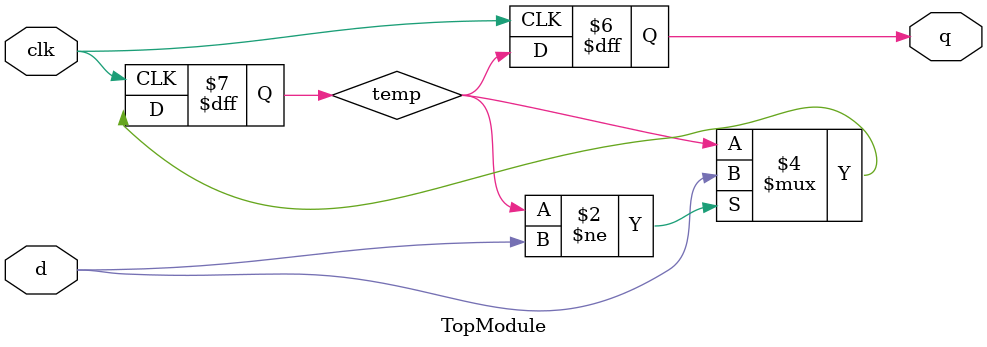
<source format=sv>

module TopModule (
  input clk,
  input d,
  output reg q
);

reg temp; // Temporary register to store the data value

always @(posedge clk) begin
  if (temp != d) begin // Check for a change in data
    temp <= d; // Store the new data value
  end
end

always @(negedge clk) begin
  q <= temp; // Assign the stored data to the output on the falling edge of clock
end

endmodule

// VERILOG-EVAL: errant inclusion of module definition

</source>
